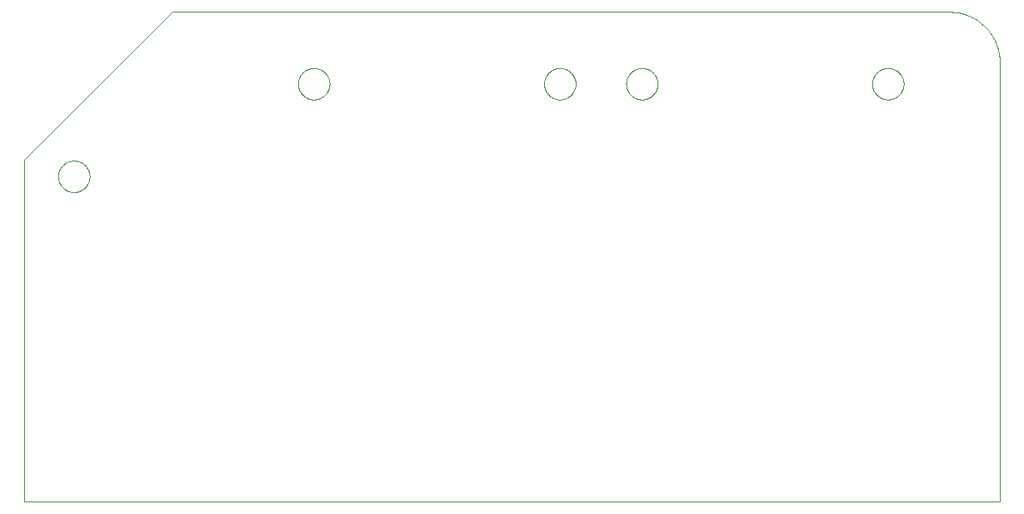
<source format=gbo>
G75*
%MOIN*%
%OFA0B0*%
%FSLAX25Y25*%
%IPPOS*%
%LPD*%
%AMOC8*
5,1,8,0,0,1.08239X$1,22.5*
%
%ADD10C,0.00000*%
D10*
X0001500Y0001000D02*
X0001500Y0138201D01*
X0060598Y0197299D01*
X0371602Y0197299D01*
X0372087Y0197293D01*
X0372572Y0197276D01*
X0373056Y0197246D01*
X0373540Y0197205D01*
X0374022Y0197153D01*
X0374503Y0197088D01*
X0374982Y0197012D01*
X0375460Y0196925D01*
X0375935Y0196826D01*
X0376407Y0196716D01*
X0376877Y0196594D01*
X0377344Y0196461D01*
X0377807Y0196316D01*
X0378266Y0196161D01*
X0378722Y0195994D01*
X0379174Y0195817D01*
X0379621Y0195628D01*
X0380063Y0195429D01*
X0380501Y0195219D01*
X0380933Y0194999D01*
X0381360Y0194768D01*
X0381781Y0194527D01*
X0382196Y0194276D01*
X0382606Y0194015D01*
X0383008Y0193745D01*
X0383404Y0193464D01*
X0383793Y0193174D01*
X0384175Y0192875D01*
X0384550Y0192567D01*
X0384917Y0192249D01*
X0385276Y0191923D01*
X0385627Y0191589D01*
X0385971Y0191245D01*
X0386305Y0190894D01*
X0386631Y0190535D01*
X0386949Y0190168D01*
X0387257Y0189793D01*
X0387556Y0189411D01*
X0387846Y0189022D01*
X0388127Y0188626D01*
X0388397Y0188224D01*
X0388658Y0187814D01*
X0388909Y0187399D01*
X0389150Y0186978D01*
X0389381Y0186551D01*
X0389601Y0186119D01*
X0389811Y0185681D01*
X0390010Y0185239D01*
X0390199Y0184792D01*
X0390376Y0184340D01*
X0390543Y0183884D01*
X0390698Y0183425D01*
X0390843Y0182962D01*
X0390976Y0182495D01*
X0391098Y0182025D01*
X0391208Y0181553D01*
X0391307Y0181078D01*
X0391394Y0180600D01*
X0391470Y0180121D01*
X0391535Y0179640D01*
X0391587Y0179158D01*
X0391628Y0178674D01*
X0391658Y0178190D01*
X0391675Y0177705D01*
X0391681Y0177220D01*
X0391681Y0001000D01*
X0001500Y0001000D01*
X0015000Y0131402D02*
X0015002Y0131560D01*
X0015008Y0131718D01*
X0015018Y0131876D01*
X0015032Y0132034D01*
X0015050Y0132191D01*
X0015071Y0132348D01*
X0015097Y0132504D01*
X0015127Y0132660D01*
X0015160Y0132815D01*
X0015198Y0132968D01*
X0015239Y0133121D01*
X0015284Y0133273D01*
X0015333Y0133424D01*
X0015386Y0133573D01*
X0015442Y0133721D01*
X0015502Y0133867D01*
X0015566Y0134012D01*
X0015634Y0134155D01*
X0015705Y0134297D01*
X0015779Y0134437D01*
X0015857Y0134574D01*
X0015939Y0134710D01*
X0016023Y0134844D01*
X0016112Y0134975D01*
X0016203Y0135104D01*
X0016298Y0135231D01*
X0016395Y0135356D01*
X0016496Y0135478D01*
X0016600Y0135597D01*
X0016707Y0135714D01*
X0016817Y0135828D01*
X0016930Y0135939D01*
X0017045Y0136048D01*
X0017163Y0136153D01*
X0017284Y0136255D01*
X0017407Y0136355D01*
X0017533Y0136451D01*
X0017661Y0136544D01*
X0017791Y0136634D01*
X0017924Y0136720D01*
X0018059Y0136804D01*
X0018195Y0136883D01*
X0018334Y0136960D01*
X0018475Y0137032D01*
X0018617Y0137102D01*
X0018761Y0137167D01*
X0018907Y0137229D01*
X0019054Y0137287D01*
X0019203Y0137342D01*
X0019353Y0137393D01*
X0019504Y0137440D01*
X0019656Y0137483D01*
X0019809Y0137522D01*
X0019964Y0137558D01*
X0020119Y0137589D01*
X0020275Y0137617D01*
X0020431Y0137641D01*
X0020588Y0137661D01*
X0020746Y0137677D01*
X0020903Y0137689D01*
X0021062Y0137697D01*
X0021220Y0137701D01*
X0021378Y0137701D01*
X0021536Y0137697D01*
X0021695Y0137689D01*
X0021852Y0137677D01*
X0022010Y0137661D01*
X0022167Y0137641D01*
X0022323Y0137617D01*
X0022479Y0137589D01*
X0022634Y0137558D01*
X0022789Y0137522D01*
X0022942Y0137483D01*
X0023094Y0137440D01*
X0023245Y0137393D01*
X0023395Y0137342D01*
X0023544Y0137287D01*
X0023691Y0137229D01*
X0023837Y0137167D01*
X0023981Y0137102D01*
X0024123Y0137032D01*
X0024264Y0136960D01*
X0024403Y0136883D01*
X0024539Y0136804D01*
X0024674Y0136720D01*
X0024807Y0136634D01*
X0024937Y0136544D01*
X0025065Y0136451D01*
X0025191Y0136355D01*
X0025314Y0136255D01*
X0025435Y0136153D01*
X0025553Y0136048D01*
X0025668Y0135939D01*
X0025781Y0135828D01*
X0025891Y0135714D01*
X0025998Y0135597D01*
X0026102Y0135478D01*
X0026203Y0135356D01*
X0026300Y0135231D01*
X0026395Y0135104D01*
X0026486Y0134975D01*
X0026575Y0134844D01*
X0026659Y0134710D01*
X0026741Y0134574D01*
X0026819Y0134437D01*
X0026893Y0134297D01*
X0026964Y0134155D01*
X0027032Y0134012D01*
X0027096Y0133867D01*
X0027156Y0133721D01*
X0027212Y0133573D01*
X0027265Y0133424D01*
X0027314Y0133273D01*
X0027359Y0133121D01*
X0027400Y0132968D01*
X0027438Y0132815D01*
X0027471Y0132660D01*
X0027501Y0132504D01*
X0027527Y0132348D01*
X0027548Y0132191D01*
X0027566Y0132034D01*
X0027580Y0131876D01*
X0027590Y0131718D01*
X0027596Y0131560D01*
X0027598Y0131402D01*
X0027596Y0131244D01*
X0027590Y0131086D01*
X0027580Y0130928D01*
X0027566Y0130770D01*
X0027548Y0130613D01*
X0027527Y0130456D01*
X0027501Y0130300D01*
X0027471Y0130144D01*
X0027438Y0129989D01*
X0027400Y0129836D01*
X0027359Y0129683D01*
X0027314Y0129531D01*
X0027265Y0129380D01*
X0027212Y0129231D01*
X0027156Y0129083D01*
X0027096Y0128937D01*
X0027032Y0128792D01*
X0026964Y0128649D01*
X0026893Y0128507D01*
X0026819Y0128367D01*
X0026741Y0128230D01*
X0026659Y0128094D01*
X0026575Y0127960D01*
X0026486Y0127829D01*
X0026395Y0127700D01*
X0026300Y0127573D01*
X0026203Y0127448D01*
X0026102Y0127326D01*
X0025998Y0127207D01*
X0025891Y0127090D01*
X0025781Y0126976D01*
X0025668Y0126865D01*
X0025553Y0126756D01*
X0025435Y0126651D01*
X0025314Y0126549D01*
X0025191Y0126449D01*
X0025065Y0126353D01*
X0024937Y0126260D01*
X0024807Y0126170D01*
X0024674Y0126084D01*
X0024539Y0126000D01*
X0024403Y0125921D01*
X0024264Y0125844D01*
X0024123Y0125772D01*
X0023981Y0125702D01*
X0023837Y0125637D01*
X0023691Y0125575D01*
X0023544Y0125517D01*
X0023395Y0125462D01*
X0023245Y0125411D01*
X0023094Y0125364D01*
X0022942Y0125321D01*
X0022789Y0125282D01*
X0022634Y0125246D01*
X0022479Y0125215D01*
X0022323Y0125187D01*
X0022167Y0125163D01*
X0022010Y0125143D01*
X0021852Y0125127D01*
X0021695Y0125115D01*
X0021536Y0125107D01*
X0021378Y0125103D01*
X0021220Y0125103D01*
X0021062Y0125107D01*
X0020903Y0125115D01*
X0020746Y0125127D01*
X0020588Y0125143D01*
X0020431Y0125163D01*
X0020275Y0125187D01*
X0020119Y0125215D01*
X0019964Y0125246D01*
X0019809Y0125282D01*
X0019656Y0125321D01*
X0019504Y0125364D01*
X0019353Y0125411D01*
X0019203Y0125462D01*
X0019054Y0125517D01*
X0018907Y0125575D01*
X0018761Y0125637D01*
X0018617Y0125702D01*
X0018475Y0125772D01*
X0018334Y0125844D01*
X0018195Y0125921D01*
X0018059Y0126000D01*
X0017924Y0126084D01*
X0017791Y0126170D01*
X0017661Y0126260D01*
X0017533Y0126353D01*
X0017407Y0126449D01*
X0017284Y0126549D01*
X0017163Y0126651D01*
X0017045Y0126756D01*
X0016930Y0126865D01*
X0016817Y0126976D01*
X0016707Y0127090D01*
X0016600Y0127207D01*
X0016496Y0127326D01*
X0016395Y0127448D01*
X0016298Y0127573D01*
X0016203Y0127700D01*
X0016112Y0127829D01*
X0016023Y0127960D01*
X0015939Y0128094D01*
X0015857Y0128230D01*
X0015779Y0128367D01*
X0015705Y0128507D01*
X0015634Y0128649D01*
X0015566Y0128792D01*
X0015502Y0128937D01*
X0015442Y0129083D01*
X0015386Y0129231D01*
X0015333Y0129380D01*
X0015284Y0129531D01*
X0015239Y0129683D01*
X0015198Y0129836D01*
X0015160Y0129989D01*
X0015127Y0130144D01*
X0015097Y0130300D01*
X0015071Y0130456D01*
X0015050Y0130613D01*
X0015032Y0130770D01*
X0015018Y0130928D01*
X0015008Y0131086D01*
X0015002Y0131244D01*
X0015000Y0131402D01*
X0110988Y0168500D02*
X0110990Y0168658D01*
X0110996Y0168816D01*
X0111006Y0168974D01*
X0111020Y0169132D01*
X0111038Y0169289D01*
X0111059Y0169446D01*
X0111085Y0169602D01*
X0111115Y0169758D01*
X0111148Y0169913D01*
X0111186Y0170066D01*
X0111227Y0170219D01*
X0111272Y0170371D01*
X0111321Y0170522D01*
X0111374Y0170671D01*
X0111430Y0170819D01*
X0111490Y0170965D01*
X0111554Y0171110D01*
X0111622Y0171253D01*
X0111693Y0171395D01*
X0111767Y0171535D01*
X0111845Y0171672D01*
X0111927Y0171808D01*
X0112011Y0171942D01*
X0112100Y0172073D01*
X0112191Y0172202D01*
X0112286Y0172329D01*
X0112383Y0172454D01*
X0112484Y0172576D01*
X0112588Y0172695D01*
X0112695Y0172812D01*
X0112805Y0172926D01*
X0112918Y0173037D01*
X0113033Y0173146D01*
X0113151Y0173251D01*
X0113272Y0173353D01*
X0113395Y0173453D01*
X0113521Y0173549D01*
X0113649Y0173642D01*
X0113779Y0173732D01*
X0113912Y0173818D01*
X0114047Y0173902D01*
X0114183Y0173981D01*
X0114322Y0174058D01*
X0114463Y0174130D01*
X0114605Y0174200D01*
X0114749Y0174265D01*
X0114895Y0174327D01*
X0115042Y0174385D01*
X0115191Y0174440D01*
X0115341Y0174491D01*
X0115492Y0174538D01*
X0115644Y0174581D01*
X0115797Y0174620D01*
X0115952Y0174656D01*
X0116107Y0174687D01*
X0116263Y0174715D01*
X0116419Y0174739D01*
X0116576Y0174759D01*
X0116734Y0174775D01*
X0116891Y0174787D01*
X0117050Y0174795D01*
X0117208Y0174799D01*
X0117366Y0174799D01*
X0117524Y0174795D01*
X0117683Y0174787D01*
X0117840Y0174775D01*
X0117998Y0174759D01*
X0118155Y0174739D01*
X0118311Y0174715D01*
X0118467Y0174687D01*
X0118622Y0174656D01*
X0118777Y0174620D01*
X0118930Y0174581D01*
X0119082Y0174538D01*
X0119233Y0174491D01*
X0119383Y0174440D01*
X0119532Y0174385D01*
X0119679Y0174327D01*
X0119825Y0174265D01*
X0119969Y0174200D01*
X0120111Y0174130D01*
X0120252Y0174058D01*
X0120391Y0173981D01*
X0120527Y0173902D01*
X0120662Y0173818D01*
X0120795Y0173732D01*
X0120925Y0173642D01*
X0121053Y0173549D01*
X0121179Y0173453D01*
X0121302Y0173353D01*
X0121423Y0173251D01*
X0121541Y0173146D01*
X0121656Y0173037D01*
X0121769Y0172926D01*
X0121879Y0172812D01*
X0121986Y0172695D01*
X0122090Y0172576D01*
X0122191Y0172454D01*
X0122288Y0172329D01*
X0122383Y0172202D01*
X0122474Y0172073D01*
X0122563Y0171942D01*
X0122647Y0171808D01*
X0122729Y0171672D01*
X0122807Y0171535D01*
X0122881Y0171395D01*
X0122952Y0171253D01*
X0123020Y0171110D01*
X0123084Y0170965D01*
X0123144Y0170819D01*
X0123200Y0170671D01*
X0123253Y0170522D01*
X0123302Y0170371D01*
X0123347Y0170219D01*
X0123388Y0170066D01*
X0123426Y0169913D01*
X0123459Y0169758D01*
X0123489Y0169602D01*
X0123515Y0169446D01*
X0123536Y0169289D01*
X0123554Y0169132D01*
X0123568Y0168974D01*
X0123578Y0168816D01*
X0123584Y0168658D01*
X0123586Y0168500D01*
X0123584Y0168342D01*
X0123578Y0168184D01*
X0123568Y0168026D01*
X0123554Y0167868D01*
X0123536Y0167711D01*
X0123515Y0167554D01*
X0123489Y0167398D01*
X0123459Y0167242D01*
X0123426Y0167087D01*
X0123388Y0166934D01*
X0123347Y0166781D01*
X0123302Y0166629D01*
X0123253Y0166478D01*
X0123200Y0166329D01*
X0123144Y0166181D01*
X0123084Y0166035D01*
X0123020Y0165890D01*
X0122952Y0165747D01*
X0122881Y0165605D01*
X0122807Y0165465D01*
X0122729Y0165328D01*
X0122647Y0165192D01*
X0122563Y0165058D01*
X0122474Y0164927D01*
X0122383Y0164798D01*
X0122288Y0164671D01*
X0122191Y0164546D01*
X0122090Y0164424D01*
X0121986Y0164305D01*
X0121879Y0164188D01*
X0121769Y0164074D01*
X0121656Y0163963D01*
X0121541Y0163854D01*
X0121423Y0163749D01*
X0121302Y0163647D01*
X0121179Y0163547D01*
X0121053Y0163451D01*
X0120925Y0163358D01*
X0120795Y0163268D01*
X0120662Y0163182D01*
X0120527Y0163098D01*
X0120391Y0163019D01*
X0120252Y0162942D01*
X0120111Y0162870D01*
X0119969Y0162800D01*
X0119825Y0162735D01*
X0119679Y0162673D01*
X0119532Y0162615D01*
X0119383Y0162560D01*
X0119233Y0162509D01*
X0119082Y0162462D01*
X0118930Y0162419D01*
X0118777Y0162380D01*
X0118622Y0162344D01*
X0118467Y0162313D01*
X0118311Y0162285D01*
X0118155Y0162261D01*
X0117998Y0162241D01*
X0117840Y0162225D01*
X0117683Y0162213D01*
X0117524Y0162205D01*
X0117366Y0162201D01*
X0117208Y0162201D01*
X0117050Y0162205D01*
X0116891Y0162213D01*
X0116734Y0162225D01*
X0116576Y0162241D01*
X0116419Y0162261D01*
X0116263Y0162285D01*
X0116107Y0162313D01*
X0115952Y0162344D01*
X0115797Y0162380D01*
X0115644Y0162419D01*
X0115492Y0162462D01*
X0115341Y0162509D01*
X0115191Y0162560D01*
X0115042Y0162615D01*
X0114895Y0162673D01*
X0114749Y0162735D01*
X0114605Y0162800D01*
X0114463Y0162870D01*
X0114322Y0162942D01*
X0114183Y0163019D01*
X0114047Y0163098D01*
X0113912Y0163182D01*
X0113779Y0163268D01*
X0113649Y0163358D01*
X0113521Y0163451D01*
X0113395Y0163547D01*
X0113272Y0163647D01*
X0113151Y0163749D01*
X0113033Y0163854D01*
X0112918Y0163963D01*
X0112805Y0164074D01*
X0112695Y0164188D01*
X0112588Y0164305D01*
X0112484Y0164424D01*
X0112383Y0164546D01*
X0112286Y0164671D01*
X0112191Y0164798D01*
X0112100Y0164927D01*
X0112011Y0165058D01*
X0111927Y0165192D01*
X0111845Y0165328D01*
X0111767Y0165465D01*
X0111693Y0165605D01*
X0111622Y0165747D01*
X0111554Y0165890D01*
X0111490Y0166035D01*
X0111430Y0166181D01*
X0111374Y0166329D01*
X0111321Y0166478D01*
X0111272Y0166629D01*
X0111227Y0166781D01*
X0111186Y0166934D01*
X0111148Y0167087D01*
X0111115Y0167242D01*
X0111085Y0167398D01*
X0111059Y0167554D01*
X0111038Y0167711D01*
X0111020Y0167868D01*
X0111006Y0168026D01*
X0110996Y0168184D01*
X0110990Y0168342D01*
X0110988Y0168500D01*
X0209414Y0168500D02*
X0209416Y0168658D01*
X0209422Y0168816D01*
X0209432Y0168974D01*
X0209446Y0169132D01*
X0209464Y0169289D01*
X0209485Y0169446D01*
X0209511Y0169602D01*
X0209541Y0169758D01*
X0209574Y0169913D01*
X0209612Y0170066D01*
X0209653Y0170219D01*
X0209698Y0170371D01*
X0209747Y0170522D01*
X0209800Y0170671D01*
X0209856Y0170819D01*
X0209916Y0170965D01*
X0209980Y0171110D01*
X0210048Y0171253D01*
X0210119Y0171395D01*
X0210193Y0171535D01*
X0210271Y0171672D01*
X0210353Y0171808D01*
X0210437Y0171942D01*
X0210526Y0172073D01*
X0210617Y0172202D01*
X0210712Y0172329D01*
X0210809Y0172454D01*
X0210910Y0172576D01*
X0211014Y0172695D01*
X0211121Y0172812D01*
X0211231Y0172926D01*
X0211344Y0173037D01*
X0211459Y0173146D01*
X0211577Y0173251D01*
X0211698Y0173353D01*
X0211821Y0173453D01*
X0211947Y0173549D01*
X0212075Y0173642D01*
X0212205Y0173732D01*
X0212338Y0173818D01*
X0212473Y0173902D01*
X0212609Y0173981D01*
X0212748Y0174058D01*
X0212889Y0174130D01*
X0213031Y0174200D01*
X0213175Y0174265D01*
X0213321Y0174327D01*
X0213468Y0174385D01*
X0213617Y0174440D01*
X0213767Y0174491D01*
X0213918Y0174538D01*
X0214070Y0174581D01*
X0214223Y0174620D01*
X0214378Y0174656D01*
X0214533Y0174687D01*
X0214689Y0174715D01*
X0214845Y0174739D01*
X0215002Y0174759D01*
X0215160Y0174775D01*
X0215317Y0174787D01*
X0215476Y0174795D01*
X0215634Y0174799D01*
X0215792Y0174799D01*
X0215950Y0174795D01*
X0216109Y0174787D01*
X0216266Y0174775D01*
X0216424Y0174759D01*
X0216581Y0174739D01*
X0216737Y0174715D01*
X0216893Y0174687D01*
X0217048Y0174656D01*
X0217203Y0174620D01*
X0217356Y0174581D01*
X0217508Y0174538D01*
X0217659Y0174491D01*
X0217809Y0174440D01*
X0217958Y0174385D01*
X0218105Y0174327D01*
X0218251Y0174265D01*
X0218395Y0174200D01*
X0218537Y0174130D01*
X0218678Y0174058D01*
X0218817Y0173981D01*
X0218953Y0173902D01*
X0219088Y0173818D01*
X0219221Y0173732D01*
X0219351Y0173642D01*
X0219479Y0173549D01*
X0219605Y0173453D01*
X0219728Y0173353D01*
X0219849Y0173251D01*
X0219967Y0173146D01*
X0220082Y0173037D01*
X0220195Y0172926D01*
X0220305Y0172812D01*
X0220412Y0172695D01*
X0220516Y0172576D01*
X0220617Y0172454D01*
X0220714Y0172329D01*
X0220809Y0172202D01*
X0220900Y0172073D01*
X0220989Y0171942D01*
X0221073Y0171808D01*
X0221155Y0171672D01*
X0221233Y0171535D01*
X0221307Y0171395D01*
X0221378Y0171253D01*
X0221446Y0171110D01*
X0221510Y0170965D01*
X0221570Y0170819D01*
X0221626Y0170671D01*
X0221679Y0170522D01*
X0221728Y0170371D01*
X0221773Y0170219D01*
X0221814Y0170066D01*
X0221852Y0169913D01*
X0221885Y0169758D01*
X0221915Y0169602D01*
X0221941Y0169446D01*
X0221962Y0169289D01*
X0221980Y0169132D01*
X0221994Y0168974D01*
X0222004Y0168816D01*
X0222010Y0168658D01*
X0222012Y0168500D01*
X0222010Y0168342D01*
X0222004Y0168184D01*
X0221994Y0168026D01*
X0221980Y0167868D01*
X0221962Y0167711D01*
X0221941Y0167554D01*
X0221915Y0167398D01*
X0221885Y0167242D01*
X0221852Y0167087D01*
X0221814Y0166934D01*
X0221773Y0166781D01*
X0221728Y0166629D01*
X0221679Y0166478D01*
X0221626Y0166329D01*
X0221570Y0166181D01*
X0221510Y0166035D01*
X0221446Y0165890D01*
X0221378Y0165747D01*
X0221307Y0165605D01*
X0221233Y0165465D01*
X0221155Y0165328D01*
X0221073Y0165192D01*
X0220989Y0165058D01*
X0220900Y0164927D01*
X0220809Y0164798D01*
X0220714Y0164671D01*
X0220617Y0164546D01*
X0220516Y0164424D01*
X0220412Y0164305D01*
X0220305Y0164188D01*
X0220195Y0164074D01*
X0220082Y0163963D01*
X0219967Y0163854D01*
X0219849Y0163749D01*
X0219728Y0163647D01*
X0219605Y0163547D01*
X0219479Y0163451D01*
X0219351Y0163358D01*
X0219221Y0163268D01*
X0219088Y0163182D01*
X0218953Y0163098D01*
X0218817Y0163019D01*
X0218678Y0162942D01*
X0218537Y0162870D01*
X0218395Y0162800D01*
X0218251Y0162735D01*
X0218105Y0162673D01*
X0217958Y0162615D01*
X0217809Y0162560D01*
X0217659Y0162509D01*
X0217508Y0162462D01*
X0217356Y0162419D01*
X0217203Y0162380D01*
X0217048Y0162344D01*
X0216893Y0162313D01*
X0216737Y0162285D01*
X0216581Y0162261D01*
X0216424Y0162241D01*
X0216266Y0162225D01*
X0216109Y0162213D01*
X0215950Y0162205D01*
X0215792Y0162201D01*
X0215634Y0162201D01*
X0215476Y0162205D01*
X0215317Y0162213D01*
X0215160Y0162225D01*
X0215002Y0162241D01*
X0214845Y0162261D01*
X0214689Y0162285D01*
X0214533Y0162313D01*
X0214378Y0162344D01*
X0214223Y0162380D01*
X0214070Y0162419D01*
X0213918Y0162462D01*
X0213767Y0162509D01*
X0213617Y0162560D01*
X0213468Y0162615D01*
X0213321Y0162673D01*
X0213175Y0162735D01*
X0213031Y0162800D01*
X0212889Y0162870D01*
X0212748Y0162942D01*
X0212609Y0163019D01*
X0212473Y0163098D01*
X0212338Y0163182D01*
X0212205Y0163268D01*
X0212075Y0163358D01*
X0211947Y0163451D01*
X0211821Y0163547D01*
X0211698Y0163647D01*
X0211577Y0163749D01*
X0211459Y0163854D01*
X0211344Y0163963D01*
X0211231Y0164074D01*
X0211121Y0164188D01*
X0211014Y0164305D01*
X0210910Y0164424D01*
X0210809Y0164546D01*
X0210712Y0164671D01*
X0210617Y0164798D01*
X0210526Y0164927D01*
X0210437Y0165058D01*
X0210353Y0165192D01*
X0210271Y0165328D01*
X0210193Y0165465D01*
X0210119Y0165605D01*
X0210048Y0165747D01*
X0209980Y0165890D01*
X0209916Y0166035D01*
X0209856Y0166181D01*
X0209800Y0166329D01*
X0209747Y0166478D01*
X0209698Y0166629D01*
X0209653Y0166781D01*
X0209612Y0166934D01*
X0209574Y0167087D01*
X0209541Y0167242D01*
X0209511Y0167398D01*
X0209485Y0167554D01*
X0209464Y0167711D01*
X0209446Y0167868D01*
X0209432Y0168026D01*
X0209422Y0168184D01*
X0209416Y0168342D01*
X0209414Y0168500D01*
X0242238Y0168500D02*
X0242240Y0168658D01*
X0242246Y0168816D01*
X0242256Y0168974D01*
X0242270Y0169132D01*
X0242288Y0169289D01*
X0242309Y0169446D01*
X0242335Y0169602D01*
X0242365Y0169758D01*
X0242398Y0169913D01*
X0242436Y0170066D01*
X0242477Y0170219D01*
X0242522Y0170371D01*
X0242571Y0170522D01*
X0242624Y0170671D01*
X0242680Y0170819D01*
X0242740Y0170965D01*
X0242804Y0171110D01*
X0242872Y0171253D01*
X0242943Y0171395D01*
X0243017Y0171535D01*
X0243095Y0171672D01*
X0243177Y0171808D01*
X0243261Y0171942D01*
X0243350Y0172073D01*
X0243441Y0172202D01*
X0243536Y0172329D01*
X0243633Y0172454D01*
X0243734Y0172576D01*
X0243838Y0172695D01*
X0243945Y0172812D01*
X0244055Y0172926D01*
X0244168Y0173037D01*
X0244283Y0173146D01*
X0244401Y0173251D01*
X0244522Y0173353D01*
X0244645Y0173453D01*
X0244771Y0173549D01*
X0244899Y0173642D01*
X0245029Y0173732D01*
X0245162Y0173818D01*
X0245297Y0173902D01*
X0245433Y0173981D01*
X0245572Y0174058D01*
X0245713Y0174130D01*
X0245855Y0174200D01*
X0245999Y0174265D01*
X0246145Y0174327D01*
X0246292Y0174385D01*
X0246441Y0174440D01*
X0246591Y0174491D01*
X0246742Y0174538D01*
X0246894Y0174581D01*
X0247047Y0174620D01*
X0247202Y0174656D01*
X0247357Y0174687D01*
X0247513Y0174715D01*
X0247669Y0174739D01*
X0247826Y0174759D01*
X0247984Y0174775D01*
X0248141Y0174787D01*
X0248300Y0174795D01*
X0248458Y0174799D01*
X0248616Y0174799D01*
X0248774Y0174795D01*
X0248933Y0174787D01*
X0249090Y0174775D01*
X0249248Y0174759D01*
X0249405Y0174739D01*
X0249561Y0174715D01*
X0249717Y0174687D01*
X0249872Y0174656D01*
X0250027Y0174620D01*
X0250180Y0174581D01*
X0250332Y0174538D01*
X0250483Y0174491D01*
X0250633Y0174440D01*
X0250782Y0174385D01*
X0250929Y0174327D01*
X0251075Y0174265D01*
X0251219Y0174200D01*
X0251361Y0174130D01*
X0251502Y0174058D01*
X0251641Y0173981D01*
X0251777Y0173902D01*
X0251912Y0173818D01*
X0252045Y0173732D01*
X0252175Y0173642D01*
X0252303Y0173549D01*
X0252429Y0173453D01*
X0252552Y0173353D01*
X0252673Y0173251D01*
X0252791Y0173146D01*
X0252906Y0173037D01*
X0253019Y0172926D01*
X0253129Y0172812D01*
X0253236Y0172695D01*
X0253340Y0172576D01*
X0253441Y0172454D01*
X0253538Y0172329D01*
X0253633Y0172202D01*
X0253724Y0172073D01*
X0253813Y0171942D01*
X0253897Y0171808D01*
X0253979Y0171672D01*
X0254057Y0171535D01*
X0254131Y0171395D01*
X0254202Y0171253D01*
X0254270Y0171110D01*
X0254334Y0170965D01*
X0254394Y0170819D01*
X0254450Y0170671D01*
X0254503Y0170522D01*
X0254552Y0170371D01*
X0254597Y0170219D01*
X0254638Y0170066D01*
X0254676Y0169913D01*
X0254709Y0169758D01*
X0254739Y0169602D01*
X0254765Y0169446D01*
X0254786Y0169289D01*
X0254804Y0169132D01*
X0254818Y0168974D01*
X0254828Y0168816D01*
X0254834Y0168658D01*
X0254836Y0168500D01*
X0254834Y0168342D01*
X0254828Y0168184D01*
X0254818Y0168026D01*
X0254804Y0167868D01*
X0254786Y0167711D01*
X0254765Y0167554D01*
X0254739Y0167398D01*
X0254709Y0167242D01*
X0254676Y0167087D01*
X0254638Y0166934D01*
X0254597Y0166781D01*
X0254552Y0166629D01*
X0254503Y0166478D01*
X0254450Y0166329D01*
X0254394Y0166181D01*
X0254334Y0166035D01*
X0254270Y0165890D01*
X0254202Y0165747D01*
X0254131Y0165605D01*
X0254057Y0165465D01*
X0253979Y0165328D01*
X0253897Y0165192D01*
X0253813Y0165058D01*
X0253724Y0164927D01*
X0253633Y0164798D01*
X0253538Y0164671D01*
X0253441Y0164546D01*
X0253340Y0164424D01*
X0253236Y0164305D01*
X0253129Y0164188D01*
X0253019Y0164074D01*
X0252906Y0163963D01*
X0252791Y0163854D01*
X0252673Y0163749D01*
X0252552Y0163647D01*
X0252429Y0163547D01*
X0252303Y0163451D01*
X0252175Y0163358D01*
X0252045Y0163268D01*
X0251912Y0163182D01*
X0251777Y0163098D01*
X0251641Y0163019D01*
X0251502Y0162942D01*
X0251361Y0162870D01*
X0251219Y0162800D01*
X0251075Y0162735D01*
X0250929Y0162673D01*
X0250782Y0162615D01*
X0250633Y0162560D01*
X0250483Y0162509D01*
X0250332Y0162462D01*
X0250180Y0162419D01*
X0250027Y0162380D01*
X0249872Y0162344D01*
X0249717Y0162313D01*
X0249561Y0162285D01*
X0249405Y0162261D01*
X0249248Y0162241D01*
X0249090Y0162225D01*
X0248933Y0162213D01*
X0248774Y0162205D01*
X0248616Y0162201D01*
X0248458Y0162201D01*
X0248300Y0162205D01*
X0248141Y0162213D01*
X0247984Y0162225D01*
X0247826Y0162241D01*
X0247669Y0162261D01*
X0247513Y0162285D01*
X0247357Y0162313D01*
X0247202Y0162344D01*
X0247047Y0162380D01*
X0246894Y0162419D01*
X0246742Y0162462D01*
X0246591Y0162509D01*
X0246441Y0162560D01*
X0246292Y0162615D01*
X0246145Y0162673D01*
X0245999Y0162735D01*
X0245855Y0162800D01*
X0245713Y0162870D01*
X0245572Y0162942D01*
X0245433Y0163019D01*
X0245297Y0163098D01*
X0245162Y0163182D01*
X0245029Y0163268D01*
X0244899Y0163358D01*
X0244771Y0163451D01*
X0244645Y0163547D01*
X0244522Y0163647D01*
X0244401Y0163749D01*
X0244283Y0163854D01*
X0244168Y0163963D01*
X0244055Y0164074D01*
X0243945Y0164188D01*
X0243838Y0164305D01*
X0243734Y0164424D01*
X0243633Y0164546D01*
X0243536Y0164671D01*
X0243441Y0164798D01*
X0243350Y0164927D01*
X0243261Y0165058D01*
X0243177Y0165192D01*
X0243095Y0165328D01*
X0243017Y0165465D01*
X0242943Y0165605D01*
X0242872Y0165747D01*
X0242804Y0165890D01*
X0242740Y0166035D01*
X0242680Y0166181D01*
X0242624Y0166329D01*
X0242571Y0166478D01*
X0242522Y0166629D01*
X0242477Y0166781D01*
X0242436Y0166934D01*
X0242398Y0167087D01*
X0242365Y0167242D01*
X0242335Y0167398D01*
X0242309Y0167554D01*
X0242288Y0167711D01*
X0242270Y0167868D01*
X0242256Y0168026D01*
X0242246Y0168184D01*
X0242240Y0168342D01*
X0242238Y0168500D01*
X0340664Y0168500D02*
X0340666Y0168658D01*
X0340672Y0168816D01*
X0340682Y0168974D01*
X0340696Y0169132D01*
X0340714Y0169289D01*
X0340735Y0169446D01*
X0340761Y0169602D01*
X0340791Y0169758D01*
X0340824Y0169913D01*
X0340862Y0170066D01*
X0340903Y0170219D01*
X0340948Y0170371D01*
X0340997Y0170522D01*
X0341050Y0170671D01*
X0341106Y0170819D01*
X0341166Y0170965D01*
X0341230Y0171110D01*
X0341298Y0171253D01*
X0341369Y0171395D01*
X0341443Y0171535D01*
X0341521Y0171672D01*
X0341603Y0171808D01*
X0341687Y0171942D01*
X0341776Y0172073D01*
X0341867Y0172202D01*
X0341962Y0172329D01*
X0342059Y0172454D01*
X0342160Y0172576D01*
X0342264Y0172695D01*
X0342371Y0172812D01*
X0342481Y0172926D01*
X0342594Y0173037D01*
X0342709Y0173146D01*
X0342827Y0173251D01*
X0342948Y0173353D01*
X0343071Y0173453D01*
X0343197Y0173549D01*
X0343325Y0173642D01*
X0343455Y0173732D01*
X0343588Y0173818D01*
X0343723Y0173902D01*
X0343859Y0173981D01*
X0343998Y0174058D01*
X0344139Y0174130D01*
X0344281Y0174200D01*
X0344425Y0174265D01*
X0344571Y0174327D01*
X0344718Y0174385D01*
X0344867Y0174440D01*
X0345017Y0174491D01*
X0345168Y0174538D01*
X0345320Y0174581D01*
X0345473Y0174620D01*
X0345628Y0174656D01*
X0345783Y0174687D01*
X0345939Y0174715D01*
X0346095Y0174739D01*
X0346252Y0174759D01*
X0346410Y0174775D01*
X0346567Y0174787D01*
X0346726Y0174795D01*
X0346884Y0174799D01*
X0347042Y0174799D01*
X0347200Y0174795D01*
X0347359Y0174787D01*
X0347516Y0174775D01*
X0347674Y0174759D01*
X0347831Y0174739D01*
X0347987Y0174715D01*
X0348143Y0174687D01*
X0348298Y0174656D01*
X0348453Y0174620D01*
X0348606Y0174581D01*
X0348758Y0174538D01*
X0348909Y0174491D01*
X0349059Y0174440D01*
X0349208Y0174385D01*
X0349355Y0174327D01*
X0349501Y0174265D01*
X0349645Y0174200D01*
X0349787Y0174130D01*
X0349928Y0174058D01*
X0350067Y0173981D01*
X0350203Y0173902D01*
X0350338Y0173818D01*
X0350471Y0173732D01*
X0350601Y0173642D01*
X0350729Y0173549D01*
X0350855Y0173453D01*
X0350978Y0173353D01*
X0351099Y0173251D01*
X0351217Y0173146D01*
X0351332Y0173037D01*
X0351445Y0172926D01*
X0351555Y0172812D01*
X0351662Y0172695D01*
X0351766Y0172576D01*
X0351867Y0172454D01*
X0351964Y0172329D01*
X0352059Y0172202D01*
X0352150Y0172073D01*
X0352239Y0171942D01*
X0352323Y0171808D01*
X0352405Y0171672D01*
X0352483Y0171535D01*
X0352557Y0171395D01*
X0352628Y0171253D01*
X0352696Y0171110D01*
X0352760Y0170965D01*
X0352820Y0170819D01*
X0352876Y0170671D01*
X0352929Y0170522D01*
X0352978Y0170371D01*
X0353023Y0170219D01*
X0353064Y0170066D01*
X0353102Y0169913D01*
X0353135Y0169758D01*
X0353165Y0169602D01*
X0353191Y0169446D01*
X0353212Y0169289D01*
X0353230Y0169132D01*
X0353244Y0168974D01*
X0353254Y0168816D01*
X0353260Y0168658D01*
X0353262Y0168500D01*
X0353260Y0168342D01*
X0353254Y0168184D01*
X0353244Y0168026D01*
X0353230Y0167868D01*
X0353212Y0167711D01*
X0353191Y0167554D01*
X0353165Y0167398D01*
X0353135Y0167242D01*
X0353102Y0167087D01*
X0353064Y0166934D01*
X0353023Y0166781D01*
X0352978Y0166629D01*
X0352929Y0166478D01*
X0352876Y0166329D01*
X0352820Y0166181D01*
X0352760Y0166035D01*
X0352696Y0165890D01*
X0352628Y0165747D01*
X0352557Y0165605D01*
X0352483Y0165465D01*
X0352405Y0165328D01*
X0352323Y0165192D01*
X0352239Y0165058D01*
X0352150Y0164927D01*
X0352059Y0164798D01*
X0351964Y0164671D01*
X0351867Y0164546D01*
X0351766Y0164424D01*
X0351662Y0164305D01*
X0351555Y0164188D01*
X0351445Y0164074D01*
X0351332Y0163963D01*
X0351217Y0163854D01*
X0351099Y0163749D01*
X0350978Y0163647D01*
X0350855Y0163547D01*
X0350729Y0163451D01*
X0350601Y0163358D01*
X0350471Y0163268D01*
X0350338Y0163182D01*
X0350203Y0163098D01*
X0350067Y0163019D01*
X0349928Y0162942D01*
X0349787Y0162870D01*
X0349645Y0162800D01*
X0349501Y0162735D01*
X0349355Y0162673D01*
X0349208Y0162615D01*
X0349059Y0162560D01*
X0348909Y0162509D01*
X0348758Y0162462D01*
X0348606Y0162419D01*
X0348453Y0162380D01*
X0348298Y0162344D01*
X0348143Y0162313D01*
X0347987Y0162285D01*
X0347831Y0162261D01*
X0347674Y0162241D01*
X0347516Y0162225D01*
X0347359Y0162213D01*
X0347200Y0162205D01*
X0347042Y0162201D01*
X0346884Y0162201D01*
X0346726Y0162205D01*
X0346567Y0162213D01*
X0346410Y0162225D01*
X0346252Y0162241D01*
X0346095Y0162261D01*
X0345939Y0162285D01*
X0345783Y0162313D01*
X0345628Y0162344D01*
X0345473Y0162380D01*
X0345320Y0162419D01*
X0345168Y0162462D01*
X0345017Y0162509D01*
X0344867Y0162560D01*
X0344718Y0162615D01*
X0344571Y0162673D01*
X0344425Y0162735D01*
X0344281Y0162800D01*
X0344139Y0162870D01*
X0343998Y0162942D01*
X0343859Y0163019D01*
X0343723Y0163098D01*
X0343588Y0163182D01*
X0343455Y0163268D01*
X0343325Y0163358D01*
X0343197Y0163451D01*
X0343071Y0163547D01*
X0342948Y0163647D01*
X0342827Y0163749D01*
X0342709Y0163854D01*
X0342594Y0163963D01*
X0342481Y0164074D01*
X0342371Y0164188D01*
X0342264Y0164305D01*
X0342160Y0164424D01*
X0342059Y0164546D01*
X0341962Y0164671D01*
X0341867Y0164798D01*
X0341776Y0164927D01*
X0341687Y0165058D01*
X0341603Y0165192D01*
X0341521Y0165328D01*
X0341443Y0165465D01*
X0341369Y0165605D01*
X0341298Y0165747D01*
X0341230Y0165890D01*
X0341166Y0166035D01*
X0341106Y0166181D01*
X0341050Y0166329D01*
X0340997Y0166478D01*
X0340948Y0166629D01*
X0340903Y0166781D01*
X0340862Y0166934D01*
X0340824Y0167087D01*
X0340791Y0167242D01*
X0340761Y0167398D01*
X0340735Y0167554D01*
X0340714Y0167711D01*
X0340696Y0167868D01*
X0340682Y0168026D01*
X0340672Y0168184D01*
X0340666Y0168342D01*
X0340664Y0168500D01*
M02*

</source>
